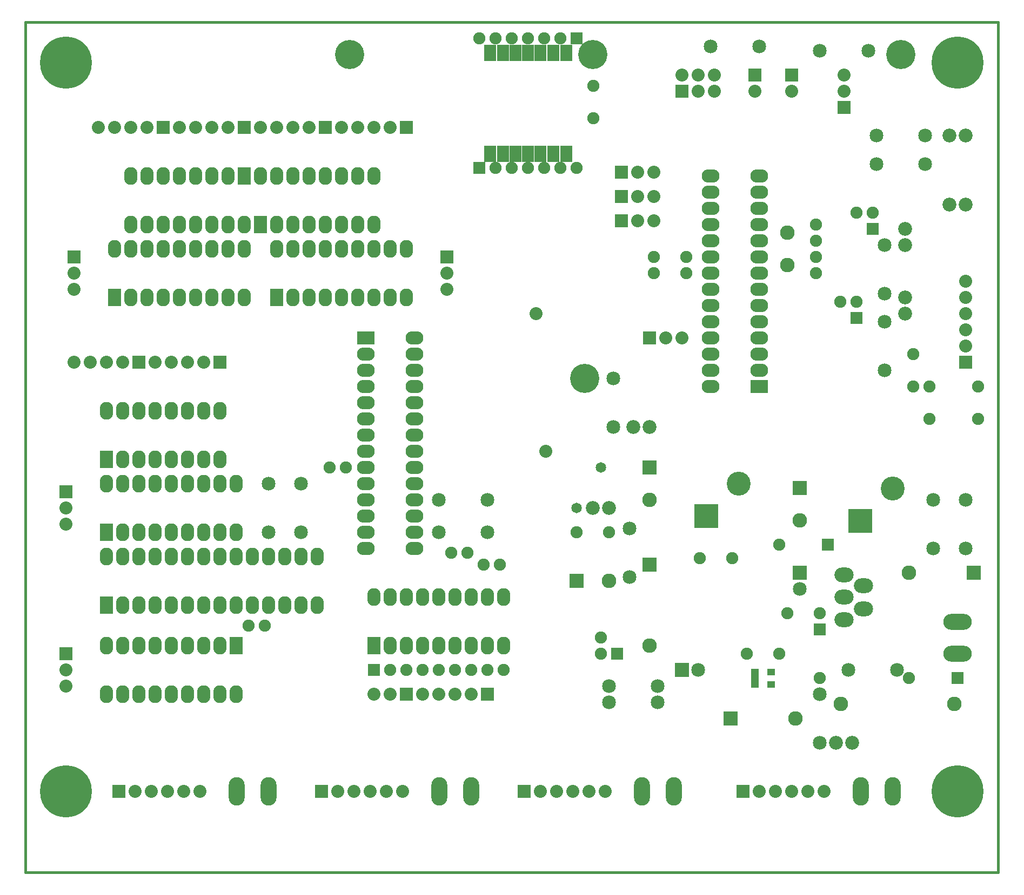
<source format=gts>
G04 (created by PCBNEW-RS274X (2011-05-25)-stable) date Fri 10 Aug 2012 02:01:07 AM MDT*
G01*
G70*
G90*
%MOIN*%
G04 Gerber Fmt 3.4, Leading zero omitted, Abs format*
%FSLAX34Y34*%
G04 APERTURE LIST*
%ADD10C,0.006000*%
%ADD11C,0.015000*%
%ADD12C,0.180000*%
%ADD13C,0.075000*%
%ADD14R,0.075100X0.098700*%
%ADD15C,0.080000*%
%ADD16R,0.080000X0.080000*%
%ADD17C,0.086000*%
%ADD18O,0.110000X0.082000*%
%ADD19R,0.110000X0.082000*%
%ADD20O,0.082000X0.110000*%
%ADD21R,0.082000X0.110000*%
%ADD22C,0.090000*%
%ADD23R,0.090000X0.090000*%
%ADD24R,0.075000X0.075000*%
%ADD25O,0.176000X0.098000*%
%ADD26R,0.085000X0.085000*%
%ADD27C,0.085000*%
%ADD28R,0.050000X0.040000*%
%ADD29O,0.098000X0.176000*%
%ADD30O,0.118400X0.090900*%
%ADD31C,0.320000*%
%ADD32R,0.147600X0.147600*%
%ADD33C,0.147600*%
%ADD34C,0.065000*%
G04 APERTURE END LIST*
G54D10*
G54D11*
X28250Y-64750D02*
X28250Y-62500D01*
X88250Y-64750D02*
X88250Y-62500D01*
X88250Y-61250D02*
X88250Y-62500D01*
X28250Y-62500D02*
X28250Y-60750D01*
X28250Y-12250D02*
X28250Y-62250D01*
X88250Y-12250D02*
X28250Y-12250D01*
X88250Y-62250D02*
X88250Y-12250D01*
X28250Y-64750D02*
X88250Y-64750D01*
G54D12*
X62750Y-34250D03*
X82250Y-14250D03*
X48250Y-14250D03*
X63250Y-14250D03*
G54D13*
X63270Y-18190D03*
X63270Y-16190D03*
G54D14*
X56907Y-20380D03*
X57695Y-20391D03*
X58482Y-20391D03*
X59250Y-20391D03*
X60018Y-20391D03*
X60805Y-20391D03*
X61593Y-20391D03*
X61593Y-14131D03*
X60805Y-14131D03*
X60018Y-14131D03*
X59250Y-14131D03*
X58482Y-14131D03*
X57695Y-14131D03*
X56907Y-14131D03*
G54D15*
X60350Y-38750D03*
G54D16*
X65000Y-23000D03*
G54D15*
X66000Y-23000D03*
X67000Y-23000D03*
G54D16*
X65000Y-24500D03*
G54D15*
X66000Y-24500D03*
X67000Y-24500D03*
G54D16*
X65000Y-21500D03*
G54D15*
X66000Y-21500D03*
X67000Y-21500D03*
G54D16*
X34000Y-59750D03*
G54D15*
X35000Y-59750D03*
X36000Y-59750D03*
X37000Y-59750D03*
X38000Y-59750D03*
X39000Y-59750D03*
G54D16*
X46500Y-59750D03*
G54D15*
X47500Y-59750D03*
X48500Y-59750D03*
X49500Y-59750D03*
X50500Y-59750D03*
X51500Y-59750D03*
G54D17*
X85250Y-19250D03*
X86250Y-19250D03*
X86250Y-23500D03*
X85250Y-23500D03*
G54D18*
X49250Y-32750D03*
X49250Y-33750D03*
X49250Y-34750D03*
X49250Y-35750D03*
X49250Y-36750D03*
X49250Y-37750D03*
X49250Y-38750D03*
X49250Y-39750D03*
X49250Y-40750D03*
X49250Y-41750D03*
X49250Y-42750D03*
X49250Y-43750D03*
X49250Y-44750D03*
G54D19*
X49250Y-31750D03*
G54D18*
X52250Y-44750D03*
X52250Y-43750D03*
X52250Y-42750D03*
X52250Y-41750D03*
X52250Y-40750D03*
X52250Y-39750D03*
X52250Y-38750D03*
X52250Y-37750D03*
X52250Y-36750D03*
X52250Y-35750D03*
X52250Y-34750D03*
X52250Y-33750D03*
X52250Y-32750D03*
X52250Y-31750D03*
G54D20*
X34250Y-48250D03*
X35250Y-48250D03*
X36250Y-48250D03*
X37250Y-48250D03*
X38250Y-48250D03*
X39250Y-48250D03*
X40250Y-48250D03*
X41250Y-48250D03*
X42250Y-48250D03*
X43250Y-48250D03*
X44250Y-48250D03*
X45250Y-48250D03*
X46250Y-48250D03*
G54D21*
X33250Y-48250D03*
G54D20*
X46250Y-45250D03*
X45250Y-45250D03*
X44250Y-45250D03*
X43250Y-45250D03*
X42250Y-45250D03*
X41250Y-45250D03*
X40250Y-45250D03*
X39250Y-45250D03*
X38250Y-45250D03*
X37250Y-45250D03*
X36250Y-45250D03*
X35250Y-45250D03*
X34250Y-45250D03*
X33250Y-45250D03*
G54D21*
X49750Y-50750D03*
G54D20*
X50750Y-50750D03*
X51750Y-50750D03*
X52750Y-50750D03*
X53750Y-50750D03*
X54750Y-50750D03*
X55750Y-50750D03*
X56750Y-50750D03*
X57750Y-50750D03*
X57750Y-47750D03*
X56750Y-47750D03*
X55750Y-47750D03*
X54750Y-47750D03*
X53750Y-47750D03*
X52750Y-47750D03*
X51750Y-47750D03*
X50750Y-47750D03*
X49750Y-47750D03*
G54D22*
X82750Y-46250D03*
G54D23*
X86750Y-46250D03*
G54D24*
X85750Y-52750D03*
G54D13*
X82750Y-52750D03*
X69000Y-26750D03*
X67000Y-26750D03*
X74750Y-51250D03*
X72750Y-51250D03*
X77000Y-26750D03*
X77000Y-27750D03*
X69850Y-45350D03*
X71850Y-45350D03*
X77000Y-25750D03*
X77000Y-24750D03*
G54D16*
X59000Y-59750D03*
G54D15*
X60000Y-59750D03*
X61000Y-59750D03*
X62000Y-59750D03*
X63000Y-59750D03*
X64000Y-59750D03*
G54D23*
X66750Y-39750D03*
G54D22*
X66750Y-41750D03*
G54D13*
X83000Y-34750D03*
X83000Y-32750D03*
G54D22*
X66750Y-50750D03*
G54D23*
X66750Y-45750D03*
G54D22*
X75750Y-55250D03*
G54D23*
X71750Y-55250D03*
G54D24*
X77250Y-49750D03*
G54D13*
X77250Y-52750D03*
G54D24*
X77750Y-44500D03*
G54D13*
X74750Y-44500D03*
G54D16*
X72500Y-59750D03*
G54D15*
X73500Y-59750D03*
X74500Y-59750D03*
X75500Y-59750D03*
X76500Y-59750D03*
X77500Y-59750D03*
G54D18*
X73500Y-33750D03*
X73500Y-32750D03*
X73500Y-31750D03*
X73500Y-30750D03*
X73500Y-29750D03*
X73500Y-28750D03*
X73500Y-27750D03*
X73500Y-26750D03*
X73500Y-25750D03*
X73500Y-24750D03*
X73500Y-23750D03*
X73500Y-22750D03*
X73500Y-21750D03*
G54D19*
X73500Y-34750D03*
G54D18*
X70500Y-21750D03*
X70500Y-22750D03*
X70500Y-23750D03*
X70500Y-24750D03*
X70500Y-25750D03*
X70500Y-26750D03*
X70500Y-27750D03*
X70500Y-28750D03*
X70500Y-29750D03*
X70500Y-30750D03*
X70500Y-31750D03*
X70500Y-32750D03*
X70500Y-33750D03*
X70500Y-34750D03*
G54D16*
X68750Y-16500D03*
G54D15*
X68750Y-15500D03*
X69750Y-16500D03*
X69750Y-15500D03*
X70750Y-16500D03*
X70750Y-15500D03*
G54D13*
X87000Y-34750D03*
X87000Y-36750D03*
X84000Y-34750D03*
X84000Y-36750D03*
G54D25*
X85750Y-51240D03*
X85750Y-49270D03*
G54D26*
X68750Y-52250D03*
G54D27*
X69750Y-52250D03*
G54D23*
X62250Y-46750D03*
G54D22*
X64250Y-46750D03*
G54D13*
X64250Y-43750D03*
X62250Y-43750D03*
G54D23*
X76000Y-41000D03*
G54D22*
X76000Y-43000D03*
G54D26*
X76000Y-46250D03*
G54D27*
X76000Y-47250D03*
G54D13*
X75250Y-48750D03*
X77250Y-48750D03*
X67000Y-27750D03*
X69000Y-27750D03*
G54D27*
X67250Y-54250D03*
X64250Y-54250D03*
X64250Y-53250D03*
X67250Y-53250D03*
X86250Y-41750D03*
X86250Y-44750D03*
X84250Y-44750D03*
X84250Y-41750D03*
X45250Y-43750D03*
X45250Y-40750D03*
X70500Y-13750D03*
X73500Y-13750D03*
G54D24*
X64750Y-51250D03*
G54D13*
X63750Y-51250D03*
X63750Y-50250D03*
G54D28*
X73250Y-52375D03*
X73250Y-53125D03*
X74250Y-52375D03*
X73250Y-52750D03*
X74250Y-53125D03*
G54D22*
X75250Y-25250D03*
X75250Y-27250D03*
G54D21*
X43750Y-29250D03*
G54D20*
X44750Y-29250D03*
X45750Y-29250D03*
X46750Y-29250D03*
X47750Y-29250D03*
X48750Y-29250D03*
X49750Y-29250D03*
X50750Y-29250D03*
X51750Y-29250D03*
X51750Y-26250D03*
X50750Y-26250D03*
X49750Y-26250D03*
X48750Y-26250D03*
X47750Y-26250D03*
X46750Y-26250D03*
X45750Y-26250D03*
X44750Y-26250D03*
X43750Y-26250D03*
G54D21*
X33750Y-29250D03*
G54D20*
X34750Y-29250D03*
X35750Y-29250D03*
X36750Y-29250D03*
X37750Y-29250D03*
X38750Y-29250D03*
X39750Y-29250D03*
X40750Y-29250D03*
X41750Y-29250D03*
X41750Y-26250D03*
X40750Y-26250D03*
X39750Y-26250D03*
X38750Y-26250D03*
X37750Y-26250D03*
X36750Y-26250D03*
X35750Y-26250D03*
X34750Y-26250D03*
X33750Y-26250D03*
G54D21*
X33250Y-43750D03*
G54D20*
X34250Y-43750D03*
X35250Y-43750D03*
X36250Y-43750D03*
X37250Y-43750D03*
X38250Y-43750D03*
X39250Y-43750D03*
X40250Y-43750D03*
X41250Y-43750D03*
X41250Y-40750D03*
X40250Y-40750D03*
X39250Y-40750D03*
X38250Y-40750D03*
X37250Y-40750D03*
X36250Y-40750D03*
X35250Y-40750D03*
X34250Y-40750D03*
X33250Y-40750D03*
G54D21*
X41250Y-50750D03*
G54D20*
X40250Y-50750D03*
X39250Y-50750D03*
X38250Y-50750D03*
X37250Y-50750D03*
X36250Y-50750D03*
X35250Y-50750D03*
X34250Y-50750D03*
X33250Y-50750D03*
X33250Y-53750D03*
X34250Y-53750D03*
X35250Y-53750D03*
X36250Y-53750D03*
X37250Y-53750D03*
X38250Y-53750D03*
X39250Y-53750D03*
X40250Y-53750D03*
X41250Y-53750D03*
G54D27*
X83750Y-21000D03*
X80750Y-21000D03*
X83750Y-19250D03*
X80750Y-19250D03*
X53750Y-43750D03*
X56750Y-43750D03*
G54D29*
X41270Y-59750D03*
X43240Y-59750D03*
X79760Y-59750D03*
X81730Y-59750D03*
X53760Y-59750D03*
X55730Y-59750D03*
X66260Y-59750D03*
X68230Y-59750D03*
G54D21*
X41750Y-21750D03*
G54D20*
X40750Y-21750D03*
X39750Y-21750D03*
X38750Y-21750D03*
X37750Y-21750D03*
X36750Y-21750D03*
X35750Y-21750D03*
X34750Y-21750D03*
X34750Y-24750D03*
X35750Y-24750D03*
X36750Y-24750D03*
X37750Y-24750D03*
X38750Y-24750D03*
X39750Y-24750D03*
X40750Y-24750D03*
X41750Y-24750D03*
G54D21*
X42750Y-24750D03*
G54D20*
X43750Y-24750D03*
X44750Y-24750D03*
X45750Y-24750D03*
X46750Y-24750D03*
X47750Y-24750D03*
X48750Y-24750D03*
X49750Y-24750D03*
X49750Y-21750D03*
X48750Y-21750D03*
X47750Y-21750D03*
X46750Y-21750D03*
X45750Y-21750D03*
X44750Y-21750D03*
X43750Y-21750D03*
X42750Y-21750D03*
G54D16*
X86250Y-33250D03*
G54D15*
X86250Y-32250D03*
X86250Y-31250D03*
X86250Y-30250D03*
X86250Y-29250D03*
X86250Y-28250D03*
G54D30*
X78754Y-47750D03*
X78754Y-46372D03*
X78754Y-49128D03*
X79935Y-48459D03*
X79935Y-47041D03*
G54D31*
X30750Y-14750D03*
X85750Y-14750D03*
X30750Y-59750D03*
X85750Y-59750D03*
G54D24*
X49750Y-52250D03*
G54D13*
X50750Y-52250D03*
X51750Y-52250D03*
X52750Y-52250D03*
X53750Y-52250D03*
X54750Y-52250D03*
X55750Y-52250D03*
X56750Y-52250D03*
X57750Y-52250D03*
G54D27*
X81250Y-29000D03*
X81250Y-26000D03*
X81250Y-30750D03*
X81250Y-33750D03*
X53750Y-41750D03*
X56750Y-41750D03*
X43250Y-43750D03*
X43250Y-40750D03*
G54D16*
X51750Y-53750D03*
G54D15*
X50750Y-53750D03*
X49750Y-53750D03*
G54D16*
X54250Y-26750D03*
G54D15*
X54250Y-27750D03*
X54250Y-28750D03*
G54D16*
X31250Y-26750D03*
G54D15*
X31250Y-27750D03*
X31250Y-28750D03*
G54D16*
X30750Y-41250D03*
G54D15*
X30750Y-42250D03*
X30750Y-43250D03*
G54D16*
X30750Y-51250D03*
G54D15*
X30750Y-52250D03*
X30750Y-53250D03*
G54D17*
X82500Y-30250D03*
X82500Y-29250D03*
X82500Y-26000D03*
X82500Y-25000D03*
G54D21*
X33250Y-39250D03*
G54D20*
X34250Y-39250D03*
X35250Y-39250D03*
X36250Y-39250D03*
X37250Y-39250D03*
X38250Y-39250D03*
X39250Y-39250D03*
X40250Y-39250D03*
X40250Y-36250D03*
X39250Y-36250D03*
X38250Y-36250D03*
X37250Y-36250D03*
X36250Y-36250D03*
X35250Y-36250D03*
X34250Y-36250D03*
X33250Y-36250D03*
G54D16*
X41750Y-18750D03*
G54D15*
X40750Y-18750D03*
X39750Y-18750D03*
X38750Y-18750D03*
X37750Y-18750D03*
G54D16*
X51750Y-18750D03*
G54D15*
X50750Y-18750D03*
X49750Y-18750D03*
X48750Y-18750D03*
X47750Y-18750D03*
G54D16*
X56750Y-53750D03*
G54D15*
X55750Y-53750D03*
X54750Y-53750D03*
X53750Y-53750D03*
X52750Y-53750D03*
G54D16*
X40250Y-33250D03*
G54D15*
X39250Y-33250D03*
X38250Y-33250D03*
X37250Y-33250D03*
X36250Y-33250D03*
G54D24*
X79500Y-30500D03*
G54D13*
X79500Y-29500D03*
X78500Y-29500D03*
G54D24*
X80500Y-25000D03*
G54D13*
X80500Y-24000D03*
X79500Y-24000D03*
G54D16*
X75500Y-15500D03*
G54D15*
X75500Y-16500D03*
G54D16*
X73250Y-15500D03*
G54D15*
X73250Y-16500D03*
G54D16*
X36750Y-18750D03*
G54D15*
X35750Y-18750D03*
X34750Y-18750D03*
X33750Y-18750D03*
X32750Y-18750D03*
G54D16*
X46750Y-18750D03*
G54D15*
X45750Y-18750D03*
X44750Y-18750D03*
X43750Y-18750D03*
X42750Y-18750D03*
G54D16*
X35250Y-33250D03*
G54D15*
X34250Y-33250D03*
X33250Y-33250D03*
X32250Y-33250D03*
X31250Y-33250D03*
G54D27*
X77250Y-14000D03*
X80250Y-14000D03*
G54D16*
X66750Y-31750D03*
G54D15*
X67750Y-31750D03*
X68750Y-31750D03*
G54D16*
X78750Y-17500D03*
G54D15*
X78750Y-16500D03*
X78750Y-15500D03*
G54D22*
X78550Y-54350D03*
X85550Y-54350D03*
G54D32*
X70250Y-42750D03*
G54D33*
X72250Y-40750D03*
G54D32*
X79750Y-43050D03*
G54D33*
X81750Y-41050D03*
G54D13*
X42000Y-49500D03*
X43000Y-49500D03*
X48000Y-39750D03*
X47000Y-39750D03*
X54500Y-45000D03*
X55500Y-45000D03*
X56500Y-45750D03*
X57500Y-45750D03*
G54D27*
X79000Y-52250D03*
X82000Y-52250D03*
G54D34*
X63750Y-39750D03*
X62250Y-42250D03*
G54D17*
X66750Y-37250D03*
X65750Y-37250D03*
X78250Y-56750D03*
X79250Y-56750D03*
X63250Y-42250D03*
X64250Y-42250D03*
G54D27*
X65500Y-46500D03*
X65500Y-43500D03*
X64500Y-34250D03*
X64500Y-37250D03*
X77250Y-53750D03*
X77250Y-56750D03*
G54D15*
X59750Y-30250D03*
G54D24*
X62250Y-13250D03*
G54D13*
X61250Y-13250D03*
X60250Y-13250D03*
X59250Y-13250D03*
X58250Y-13250D03*
X57250Y-13250D03*
X56250Y-13250D03*
G54D24*
X56250Y-21250D03*
G54D13*
X57250Y-21250D03*
X58250Y-21250D03*
X59250Y-21250D03*
X60250Y-21250D03*
X61250Y-21250D03*
X62250Y-21250D03*
M02*

</source>
